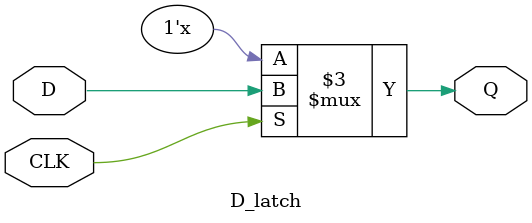
<source format=v>
module D_latch (D, CLK, Q);


    input D;
    input CLK;
    output reg Q;
    always @ (D, CLK)
        if (CLK)
            Q = D;
endmodule
</source>
